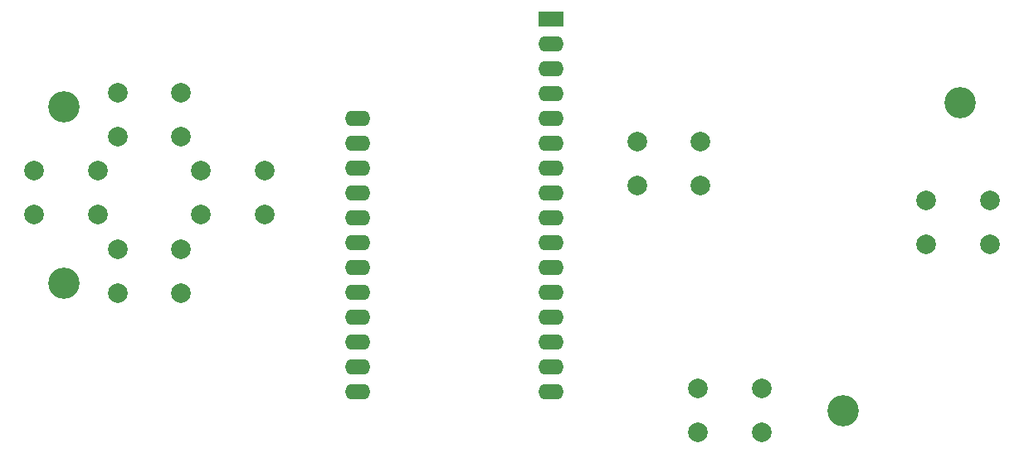
<source format=gbr>
%TF.GenerationSoftware,KiCad,Pcbnew,9.0.6*%
%TF.CreationDate,2025-11-30T22:40:07-05:00*%
%TF.ProjectId,BMO_Controller_PCB,424d4f5f-436f-46e7-9472-6f6c6c65725f,rev?*%
%TF.SameCoordinates,Original*%
%TF.FileFunction,Soldermask,Bot*%
%TF.FilePolarity,Negative*%
%FSLAX46Y46*%
G04 Gerber Fmt 4.6, Leading zero omitted, Abs format (unit mm)*
G04 Created by KiCad (PCBNEW 9.0.6) date 2025-11-30 22:40:07*
%MOMM*%
%LPD*%
G01*
G04 APERTURE LIST*
G04 Aperture macros list*
%AMRoundRect*
0 Rectangle with rounded corners*
0 $1 Rounding radius*
0 $2 $3 $4 $5 $6 $7 $8 $9 X,Y pos of 4 corners*
0 Add a 4 corners polygon primitive as box body*
4,1,4,$2,$3,$4,$5,$6,$7,$8,$9,$2,$3,0*
0 Add four circle primitives for the rounded corners*
1,1,$1+$1,$2,$3*
1,1,$1+$1,$4,$5*
1,1,$1+$1,$6,$7*
1,1,$1+$1,$8,$9*
0 Add four rect primitives between the rounded corners*
20,1,$1+$1,$2,$3,$4,$5,0*
20,1,$1+$1,$4,$5,$6,$7,0*
20,1,$1+$1,$6,$7,$8,$9,0*
20,1,$1+$1,$8,$9,$2,$3,0*%
G04 Aperture macros list end*
%ADD10C,3.200000*%
%ADD11C,2.000000*%
%ADD12RoundRect,0.250000X1.050000X0.550000X-1.050000X0.550000X-1.050000X-0.550000X1.050000X-0.550000X0*%
%ADD13O,2.600000X1.600000*%
G04 APERTURE END LIST*
D10*
%TO.C,H4*%
X91500000Y-96500000D03*
%TD*%
%TO.C,H3*%
X91500000Y-78500000D03*
%TD*%
%TO.C,H2*%
X171000000Y-109500000D03*
%TD*%
%TO.C,H1*%
X183000000Y-78000000D03*
%TD*%
D11*
%TO.C,SW7*%
X179500000Y-88000000D03*
X186000000Y-88000000D03*
X179500000Y-92500000D03*
X186000000Y-92500000D03*
%TD*%
%TO.C,SW4*%
X88500000Y-85000000D03*
X95000000Y-85000000D03*
X88500000Y-89500000D03*
X95000000Y-89500000D03*
%TD*%
%TO.C,SW2*%
X105500000Y-85000000D03*
X112000000Y-85000000D03*
X105500000Y-89500000D03*
X112000000Y-89500000D03*
%TD*%
%TO.C,SW3*%
X97000000Y-93000000D03*
X103500000Y-93000000D03*
X97000000Y-97500000D03*
X103500000Y-97500000D03*
%TD*%
%TO.C,SW6*%
X156250000Y-107250000D03*
X162750000Y-107250000D03*
X156250000Y-111750000D03*
X162750000Y-111750000D03*
%TD*%
%TO.C,SW5*%
X150000000Y-82000000D03*
X156500000Y-82000000D03*
X150000000Y-86500000D03*
X156500000Y-86500000D03*
%TD*%
%TO.C,SW1*%
X97000000Y-77000000D03*
X103500000Y-77000000D03*
X97000000Y-81500000D03*
X103500000Y-81500000D03*
%TD*%
D12*
%TO.C,A1*%
X141200000Y-69460000D03*
D13*
X141200000Y-72000000D03*
X141200000Y-74540000D03*
X141200000Y-77080000D03*
X141200000Y-79620000D03*
X141200000Y-82160000D03*
X141200000Y-84700000D03*
X141200000Y-87240000D03*
X141200000Y-89780000D03*
X141200000Y-92320000D03*
X141200000Y-94860000D03*
X141200000Y-97400000D03*
X141200000Y-99940000D03*
X141200000Y-102480000D03*
X141200000Y-105020000D03*
X141200000Y-107560000D03*
X121480000Y-107560000D03*
X121480000Y-105020000D03*
X121480000Y-102480000D03*
X121480000Y-99940000D03*
X121480000Y-97400000D03*
X121480000Y-94860000D03*
X121480000Y-92320000D03*
X121480000Y-89780000D03*
X121480000Y-87240000D03*
X121480000Y-84700000D03*
X121480000Y-82160000D03*
X121480000Y-79620000D03*
%TD*%
M02*

</source>
